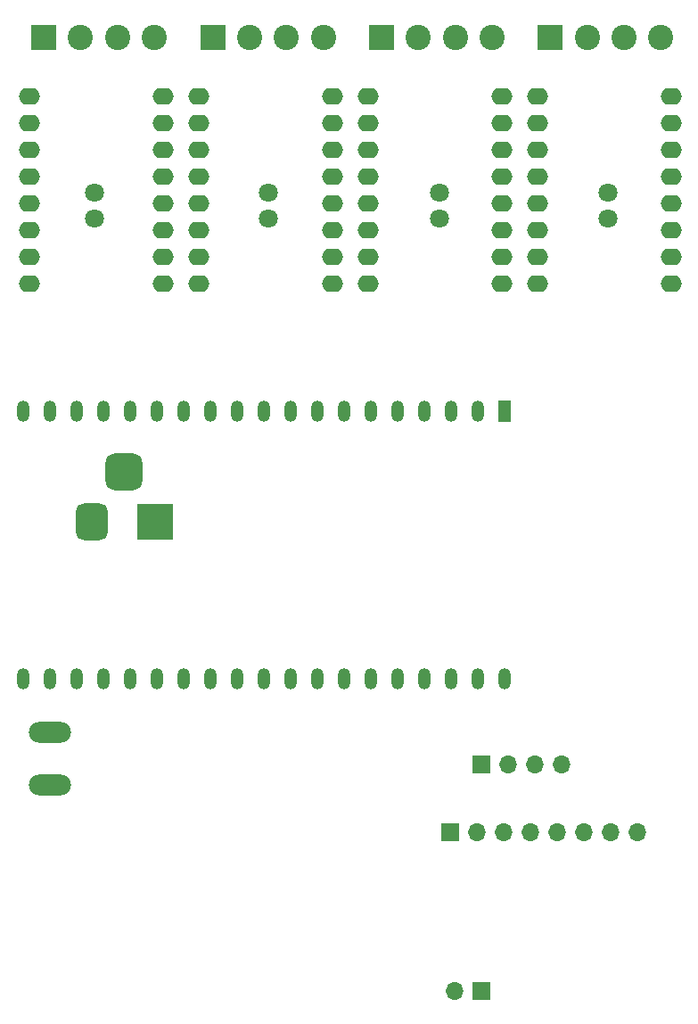
<source format=gbs>
G04 #@! TF.GenerationSoftware,KiCad,Pcbnew,8.0.3-8.0.3-0~ubuntu20.04.1*
G04 #@! TF.CreationDate,2025-01-28T05:51:01-03:00*
G04 #@! TF.ProjectId,syringe_pump,73797269-6e67-4655-9f70-756d702e6b69,rev?*
G04 #@! TF.SameCoordinates,Original*
G04 #@! TF.FileFunction,Soldermask,Bot*
G04 #@! TF.FilePolarity,Negative*
%FSLAX46Y46*%
G04 Gerber Fmt 4.6, Leading zero omitted, Abs format (unit mm)*
G04 Created by KiCad (PCBNEW 8.0.3-8.0.3-0~ubuntu20.04.1) date 2025-01-28 05:51:01*
%MOMM*%
%LPD*%
G01*
G04 APERTURE LIST*
G04 Aperture macros list*
%AMRoundRect*
0 Rectangle with rounded corners*
0 $1 Rounding radius*
0 $2 $3 $4 $5 $6 $7 $8 $9 X,Y pos of 4 corners*
0 Add a 4 corners polygon primitive as box body*
4,1,4,$2,$3,$4,$5,$6,$7,$8,$9,$2,$3,0*
0 Add four circle primitives for the rounded corners*
1,1,$1+$1,$2,$3*
1,1,$1+$1,$4,$5*
1,1,$1+$1,$6,$7*
1,1,$1+$1,$8,$9*
0 Add four rect primitives between the rounded corners*
20,1,$1+$1,$2,$3,$4,$5,0*
20,1,$1+$1,$4,$5,$6,$7,0*
20,1,$1+$1,$6,$7,$8,$9,0*
20,1,$1+$1,$8,$9,$2,$3,0*%
G04 Aperture macros list end*
%ADD10C,1.800000*%
%ADD11R,1.700000X1.700000*%
%ADD12O,1.700000X1.700000*%
%ADD13O,4.000000X2.000000*%
%ADD14R,1.200000X2.000000*%
%ADD15O,1.200000X2.000000*%
%ADD16R,2.400000X2.400000*%
%ADD17C,2.400000*%
%ADD18O,2.000000X1.600000*%
%ADD19R,3.500000X3.500000*%
%ADD20RoundRect,0.750000X-0.750000X-1.000000X0.750000X-1.000000X0.750000X1.000000X-0.750000X1.000000X0*%
%ADD21RoundRect,0.875000X-0.875000X-0.875000X0.875000X-0.875000X0.875000X0.875000X-0.875000X0.875000X0*%
G04 APERTURE END LIST*
D10*
X58225000Y-74750000D03*
X58225000Y-72250000D03*
D11*
X92000000Y-133000000D03*
D12*
X94540000Y-133000000D03*
X97080000Y-133000000D03*
X99620000Y-133000000D03*
X102160000Y-133000000D03*
X104700000Y-133000000D03*
X107240000Y-133000000D03*
X109780000Y-133000000D03*
D10*
X107000000Y-74750000D03*
X107000000Y-72250000D03*
D13*
X54000000Y-128500000D03*
X54000000Y-123500000D03*
D10*
X74700000Y-74750000D03*
X74700000Y-72250000D03*
D11*
X95000000Y-126500000D03*
D12*
X97540000Y-126500000D03*
X100080000Y-126500000D03*
X102620000Y-126500000D03*
D11*
X95000000Y-148000000D03*
D12*
X92460000Y-148000000D03*
D10*
X91000000Y-74750000D03*
X91000000Y-72250000D03*
D14*
X97140000Y-93000000D03*
D15*
X94600000Y-93000000D03*
X92060000Y-93000000D03*
X89520000Y-93000000D03*
X86980000Y-93000000D03*
X84440000Y-93000000D03*
X81900000Y-93000000D03*
X79360000Y-93000000D03*
X76820000Y-93000000D03*
X74280000Y-93000000D03*
X71740000Y-93000000D03*
X69200000Y-93000000D03*
X66660000Y-93000000D03*
X64120000Y-93000000D03*
X61580000Y-93000000D03*
X59040000Y-93000000D03*
X56500000Y-93000000D03*
X53960000Y-93000000D03*
X51420000Y-93000000D03*
X51422720Y-118396320D03*
X53962720Y-118396320D03*
X56500000Y-118400000D03*
X59040000Y-118400000D03*
X61580000Y-118400000D03*
X64120000Y-118400000D03*
X66660000Y-118400000D03*
X69200000Y-118400000D03*
X71740000Y-118400000D03*
X74280000Y-118400000D03*
X76820000Y-118400000D03*
X79360000Y-118400000D03*
X81900000Y-118400000D03*
X84440000Y-118400000D03*
X86980000Y-118400000D03*
X89520000Y-118400000D03*
X92060000Y-118400000D03*
X94600000Y-118400000D03*
X97140000Y-118400000D03*
D16*
X69433333Y-57500000D03*
D17*
X72933333Y-57500000D03*
X76433333Y-57500000D03*
X79933333Y-57500000D03*
D18*
X68100000Y-80890000D03*
X68100000Y-78350000D03*
X68100000Y-75810000D03*
X68100000Y-73270000D03*
X68100000Y-70730000D03*
X68100000Y-68190000D03*
X68100000Y-65650000D03*
X68100000Y-63110000D03*
X80800000Y-63110000D03*
X80800000Y-65650000D03*
X80800000Y-68190000D03*
X80800000Y-70730000D03*
X80800000Y-73270000D03*
X80800000Y-75810000D03*
X80800000Y-78350000D03*
X80800000Y-80890000D03*
D16*
X53400000Y-57500000D03*
D17*
X56900000Y-57500000D03*
X60400000Y-57500000D03*
X63900000Y-57500000D03*
D16*
X101500000Y-57500000D03*
D17*
X105000000Y-57500000D03*
X108500000Y-57500000D03*
X112000000Y-57500000D03*
D18*
X84200000Y-80890000D03*
X84200000Y-78350000D03*
X84200000Y-75810000D03*
X84200000Y-73270000D03*
X84200000Y-70730000D03*
X84200000Y-68190000D03*
X84200000Y-65650000D03*
X84200000Y-63110000D03*
X96900000Y-63110000D03*
X96900000Y-65650000D03*
X96900000Y-68190000D03*
X96900000Y-70730000D03*
X96900000Y-73270000D03*
X96900000Y-75810000D03*
X96900000Y-78350000D03*
X96900000Y-80890000D03*
D19*
X64000000Y-103457500D03*
D20*
X58000000Y-103457500D03*
D21*
X61000000Y-98757500D03*
D16*
X85466666Y-57500000D03*
D17*
X88966666Y-57500000D03*
X92466666Y-57500000D03*
X95966666Y-57500000D03*
D18*
X52000000Y-80890000D03*
X52000000Y-78350000D03*
X52000000Y-75810000D03*
X52000000Y-73270000D03*
X52000000Y-70730000D03*
X52000000Y-68190000D03*
X52000000Y-65650000D03*
X52000000Y-63110000D03*
X64700000Y-63110000D03*
X64700000Y-65650000D03*
X64700000Y-68190000D03*
X64700000Y-70730000D03*
X64700000Y-73270000D03*
X64700000Y-75810000D03*
X64700000Y-78350000D03*
X64700000Y-80890000D03*
X100300000Y-80890000D03*
X100300000Y-78350000D03*
X100300000Y-75810000D03*
X100300000Y-73270000D03*
X100300000Y-70730000D03*
X100300000Y-68190000D03*
X100300000Y-65650000D03*
X100300000Y-63110000D03*
X113000000Y-63110000D03*
X113000000Y-65650000D03*
X113000000Y-68190000D03*
X113000000Y-70730000D03*
X113000000Y-73270000D03*
X113000000Y-75810000D03*
X113000000Y-78350000D03*
X113000000Y-80890000D03*
M02*

</source>
